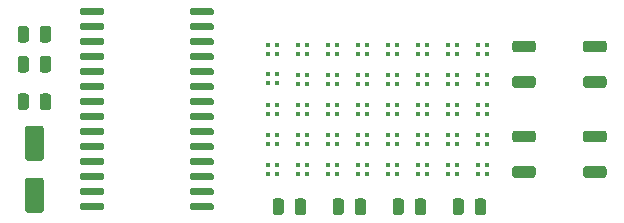
<source format=gbr>
%TF.GenerationSoftware,KiCad,Pcbnew,5.1.6-c6e7f7d~87~ubuntu18.04.1*%
%TF.CreationDate,2020-09-19T20:19:40+02:00*%
%TF.ProjectId,rgbpmod,72676270-6d6f-4642-9e6b-696361645f70,rev?*%
%TF.SameCoordinates,Original*%
%TF.FileFunction,Paste,Top*%
%TF.FilePolarity,Positive*%
%FSLAX46Y46*%
G04 Gerber Fmt 4.6, Leading zero omitted, Abs format (unit mm)*
G04 Created by KiCad (PCBNEW 5.1.6-c6e7f7d~87~ubuntu18.04.1) date 2020-09-19 20:19:40*
%MOMM*%
%LPD*%
G01*
G04 APERTURE LIST*
%ADD10R,0.450000X0.450000*%
G04 APERTURE END LIST*
%TO.C,C1*%
G36*
G01*
X134435000Y-79831250D02*
X134435000Y-78918750D01*
G75*
G02*
X134678750Y-78675000I243750J0D01*
G01*
X135166250Y-78675000D01*
G75*
G02*
X135410000Y-78918750I0J-243750D01*
G01*
X135410000Y-79831250D01*
G75*
G02*
X135166250Y-80075000I-243750J0D01*
G01*
X134678750Y-80075000D01*
G75*
G02*
X134435000Y-79831250I0J243750D01*
G01*
G37*
G36*
G01*
X132560000Y-79831250D02*
X132560000Y-78918750D01*
G75*
G02*
X132803750Y-78675000I243750J0D01*
G01*
X133291250Y-78675000D01*
G75*
G02*
X133535000Y-78918750I0J-243750D01*
G01*
X133535000Y-79831250D01*
G75*
G02*
X133291250Y-80075000I-243750J0D01*
G01*
X132803750Y-80075000D01*
G75*
G02*
X132560000Y-79831250I0J243750D01*
G01*
G37*
%TD*%
%TO.C,C2*%
G36*
G01*
X137640000Y-79831250D02*
X137640000Y-78918750D01*
G75*
G02*
X137883750Y-78675000I243750J0D01*
G01*
X138371250Y-78675000D01*
G75*
G02*
X138615000Y-78918750I0J-243750D01*
G01*
X138615000Y-79831250D01*
G75*
G02*
X138371250Y-80075000I-243750J0D01*
G01*
X137883750Y-80075000D01*
G75*
G02*
X137640000Y-79831250I0J243750D01*
G01*
G37*
G36*
G01*
X139515000Y-79831250D02*
X139515000Y-78918750D01*
G75*
G02*
X139758750Y-78675000I243750J0D01*
G01*
X140246250Y-78675000D01*
G75*
G02*
X140490000Y-78918750I0J-243750D01*
G01*
X140490000Y-79831250D01*
G75*
G02*
X140246250Y-80075000I-243750J0D01*
G01*
X139758750Y-80075000D01*
G75*
G02*
X139515000Y-79831250I0J243750D01*
G01*
G37*
%TD*%
D10*
%TO.C,D1*%
X122043000Y-65655000D03*
X122813000Y-65655000D03*
X122813000Y-66425000D03*
X122043000Y-66425000D03*
%TD*%
%TO.C,D2*%
X122043000Y-68925000D03*
X122813000Y-68925000D03*
X122813000Y-68155000D03*
X122043000Y-68155000D03*
%TD*%
%TO.C,D3*%
X122043000Y-70735000D03*
X122813000Y-70735000D03*
X122813000Y-71505000D03*
X122043000Y-71505000D03*
%TD*%
%TO.C,D4*%
X122043000Y-74045000D03*
X122813000Y-74045000D03*
X122813000Y-73275000D03*
X122043000Y-73275000D03*
%TD*%
%TO.C,D5*%
X122043000Y-75815000D03*
X122813000Y-75815000D03*
X122813000Y-76585000D03*
X122043000Y-76585000D03*
%TD*%
%TO.C,D6*%
X124583000Y-66425000D03*
X125353000Y-66425000D03*
X125353000Y-65655000D03*
X124583000Y-65655000D03*
%TD*%
%TO.C,D7*%
X124583000Y-68195000D03*
X125353000Y-68195000D03*
X125353000Y-68965000D03*
X124583000Y-68965000D03*
%TD*%
%TO.C,D8*%
X124583000Y-70735000D03*
X125353000Y-70735000D03*
X125353000Y-71505000D03*
X124583000Y-71505000D03*
%TD*%
%TO.C,D9*%
X124583000Y-74045000D03*
X125353000Y-74045000D03*
X125353000Y-73275000D03*
X124583000Y-73275000D03*
%TD*%
%TO.C,D10*%
X124583000Y-76585000D03*
X125353000Y-76585000D03*
X125353000Y-75815000D03*
X124583000Y-75815000D03*
%TD*%
%TO.C,D11*%
X127123000Y-66425000D03*
X127893000Y-66425000D03*
X127893000Y-65655000D03*
X127123000Y-65655000D03*
%TD*%
%TO.C,D12*%
X127123000Y-68195000D03*
X127893000Y-68195000D03*
X127893000Y-68965000D03*
X127123000Y-68965000D03*
%TD*%
%TO.C,D13*%
X127123000Y-71505000D03*
X127893000Y-71505000D03*
X127893000Y-70735000D03*
X127123000Y-70735000D03*
%TD*%
%TO.C,D14*%
X127123000Y-73275000D03*
X127893000Y-73275000D03*
X127893000Y-74045000D03*
X127123000Y-74045000D03*
%TD*%
%TO.C,D15*%
X127123000Y-75815000D03*
X127893000Y-75815000D03*
X127893000Y-76585000D03*
X127123000Y-76585000D03*
%TD*%
%TO.C,D16*%
X129663000Y-66425000D03*
X130433000Y-66425000D03*
X130433000Y-65655000D03*
X129663000Y-65655000D03*
%TD*%
%TO.C,D17*%
X129663000Y-68195000D03*
X130433000Y-68195000D03*
X130433000Y-68965000D03*
X129663000Y-68965000D03*
%TD*%
%TO.C,D18*%
X129663000Y-71505000D03*
X130433000Y-71505000D03*
X130433000Y-70735000D03*
X129663000Y-70735000D03*
%TD*%
%TO.C,D19*%
X129663000Y-73275000D03*
X130433000Y-73275000D03*
X130433000Y-74045000D03*
X129663000Y-74045000D03*
%TD*%
%TO.C,D20*%
X129663000Y-76585000D03*
X130433000Y-76585000D03*
X130433000Y-75815000D03*
X129663000Y-75815000D03*
%TD*%
%TO.C,D21*%
X132203000Y-66425000D03*
X132973000Y-66425000D03*
X132973000Y-65655000D03*
X132203000Y-65655000D03*
%TD*%
%TO.C,D22*%
X132203000Y-68965000D03*
X132973000Y-68965000D03*
X132973000Y-68195000D03*
X132203000Y-68195000D03*
%TD*%
%TO.C,D23*%
X132203000Y-71505000D03*
X132973000Y-71505000D03*
X132973000Y-70735000D03*
X132203000Y-70735000D03*
%TD*%
%TO.C,D24*%
X132203000Y-73275000D03*
X132973000Y-73275000D03*
X132973000Y-74045000D03*
X132203000Y-74045000D03*
%TD*%
%TO.C,D25*%
X132203000Y-75815000D03*
X132973000Y-75815000D03*
X132973000Y-76585000D03*
X132203000Y-76585000D03*
%TD*%
%TO.C,D26*%
X134743000Y-66425000D03*
X135513000Y-66425000D03*
X135513000Y-65655000D03*
X134743000Y-65655000D03*
%TD*%
%TO.C,D27*%
X134743000Y-68195000D03*
X135513000Y-68195000D03*
X135513000Y-68965000D03*
X134743000Y-68965000D03*
%TD*%
%TO.C,D28*%
X134743000Y-71505000D03*
X135513000Y-71505000D03*
X135513000Y-70735000D03*
X134743000Y-70735000D03*
%TD*%
%TO.C,D29*%
X134743000Y-73275000D03*
X135513000Y-73275000D03*
X135513000Y-74045000D03*
X134743000Y-74045000D03*
%TD*%
%TO.C,D30*%
X134743000Y-76585000D03*
X135513000Y-76585000D03*
X135513000Y-75815000D03*
X134743000Y-75815000D03*
%TD*%
%TO.C,D31*%
X137283000Y-66425000D03*
X138053000Y-66425000D03*
X138053000Y-65655000D03*
X137283000Y-65655000D03*
%TD*%
%TO.C,D32*%
X137283000Y-68195000D03*
X138053000Y-68195000D03*
X138053000Y-68965000D03*
X137283000Y-68965000D03*
%TD*%
%TO.C,D33*%
X137283000Y-71505000D03*
X138053000Y-71505000D03*
X138053000Y-70735000D03*
X137283000Y-70735000D03*
%TD*%
%TO.C,D34*%
X137283000Y-73275000D03*
X138053000Y-73275000D03*
X138053000Y-74045000D03*
X137283000Y-74045000D03*
%TD*%
%TO.C,D35*%
X137283000Y-75815000D03*
X138053000Y-75815000D03*
X138053000Y-76585000D03*
X137283000Y-76585000D03*
%TD*%
%TO.C,D36*%
X139823000Y-65655000D03*
X140593000Y-65655000D03*
X140593000Y-66425000D03*
X139823000Y-66425000D03*
%TD*%
%TO.C,D37*%
X139823000Y-68195000D03*
X140593000Y-68195000D03*
X140593000Y-68965000D03*
X139823000Y-68965000D03*
%TD*%
%TO.C,D38*%
X139823000Y-71505000D03*
X140593000Y-71505000D03*
X140593000Y-70735000D03*
X139823000Y-70735000D03*
%TD*%
%TO.C,D39*%
X139823000Y-73275000D03*
X140593000Y-73275000D03*
X140593000Y-74045000D03*
X139823000Y-74045000D03*
%TD*%
%TO.C,D40*%
X139823000Y-76585000D03*
X140593000Y-76585000D03*
X140593000Y-75815000D03*
X139823000Y-75815000D03*
%TD*%
%TO.C,R1*%
G36*
G01*
X124275000Y-79831250D02*
X124275000Y-78918750D01*
G75*
G02*
X124518750Y-78675000I243750J0D01*
G01*
X125006250Y-78675000D01*
G75*
G02*
X125250000Y-78918750I0J-243750D01*
G01*
X125250000Y-79831250D01*
G75*
G02*
X125006250Y-80075000I-243750J0D01*
G01*
X124518750Y-80075000D01*
G75*
G02*
X124275000Y-79831250I0J243750D01*
G01*
G37*
G36*
G01*
X122400000Y-79831250D02*
X122400000Y-78918750D01*
G75*
G02*
X122643750Y-78675000I243750J0D01*
G01*
X123131250Y-78675000D01*
G75*
G02*
X123375000Y-78918750I0J-243750D01*
G01*
X123375000Y-79831250D01*
G75*
G02*
X123131250Y-80075000I-243750J0D01*
G01*
X122643750Y-80075000D01*
G75*
G02*
X122400000Y-79831250I0J243750D01*
G01*
G37*
%TD*%
%TO.C,R2*%
G36*
G01*
X129355000Y-79831250D02*
X129355000Y-78918750D01*
G75*
G02*
X129598750Y-78675000I243750J0D01*
G01*
X130086250Y-78675000D01*
G75*
G02*
X130330000Y-78918750I0J-243750D01*
G01*
X130330000Y-79831250D01*
G75*
G02*
X130086250Y-80075000I-243750J0D01*
G01*
X129598750Y-80075000D01*
G75*
G02*
X129355000Y-79831250I0J243750D01*
G01*
G37*
G36*
G01*
X127480000Y-79831250D02*
X127480000Y-78918750D01*
G75*
G02*
X127723750Y-78675000I243750J0D01*
G01*
X128211250Y-78675000D01*
G75*
G02*
X128455000Y-78918750I0J-243750D01*
G01*
X128455000Y-79831250D01*
G75*
G02*
X128211250Y-80075000I-243750J0D01*
G01*
X127723750Y-80075000D01*
G75*
G02*
X127480000Y-79831250I0J243750D01*
G01*
G37*
%TD*%
%TO.C,R3*%
G36*
G01*
X100810000Y-65226250D02*
X100810000Y-64313750D01*
G75*
G02*
X101053750Y-64070000I243750J0D01*
G01*
X101541250Y-64070000D01*
G75*
G02*
X101785000Y-64313750I0J-243750D01*
G01*
X101785000Y-65226250D01*
G75*
G02*
X101541250Y-65470000I-243750J0D01*
G01*
X101053750Y-65470000D01*
G75*
G02*
X100810000Y-65226250I0J243750D01*
G01*
G37*
G36*
G01*
X102685000Y-65226250D02*
X102685000Y-64313750D01*
G75*
G02*
X102928750Y-64070000I243750J0D01*
G01*
X103416250Y-64070000D01*
G75*
G02*
X103660000Y-64313750I0J-243750D01*
G01*
X103660000Y-65226250D01*
G75*
G02*
X103416250Y-65470000I-243750J0D01*
G01*
X102928750Y-65470000D01*
G75*
G02*
X102685000Y-65226250I0J243750D01*
G01*
G37*
%TD*%
%TO.C,R4*%
G36*
G01*
X100810000Y-67766250D02*
X100810000Y-66853750D01*
G75*
G02*
X101053750Y-66610000I243750J0D01*
G01*
X101541250Y-66610000D01*
G75*
G02*
X101785000Y-66853750I0J-243750D01*
G01*
X101785000Y-67766250D01*
G75*
G02*
X101541250Y-68010000I-243750J0D01*
G01*
X101053750Y-68010000D01*
G75*
G02*
X100810000Y-67766250I0J243750D01*
G01*
G37*
G36*
G01*
X102685000Y-67766250D02*
X102685000Y-66853750D01*
G75*
G02*
X102928750Y-66610000I243750J0D01*
G01*
X103416250Y-66610000D01*
G75*
G02*
X103660000Y-66853750I0J-243750D01*
G01*
X103660000Y-67766250D01*
G75*
G02*
X103416250Y-68010000I-243750J0D01*
G01*
X102928750Y-68010000D01*
G75*
G02*
X102685000Y-67766250I0J243750D01*
G01*
G37*
%TD*%
%TO.C,SW1*%
G36*
G01*
X142685000Y-66060000D02*
X142685000Y-65560000D01*
G75*
G02*
X142935000Y-65310000I250000J0D01*
G01*
X144435000Y-65310000D01*
G75*
G02*
X144685000Y-65560000I0J-250000D01*
G01*
X144685000Y-66060000D01*
G75*
G02*
X144435000Y-66310000I-250000J0D01*
G01*
X142935000Y-66310000D01*
G75*
G02*
X142685000Y-66060000I0J250000D01*
G01*
G37*
G36*
G01*
X142685000Y-69060000D02*
X142685000Y-68560000D01*
G75*
G02*
X142935000Y-68310000I250000J0D01*
G01*
X144435000Y-68310000D01*
G75*
G02*
X144685000Y-68560000I0J-250000D01*
G01*
X144685000Y-69060000D01*
G75*
G02*
X144435000Y-69310000I-250000J0D01*
G01*
X142935000Y-69310000D01*
G75*
G02*
X142685000Y-69060000I0J250000D01*
G01*
G37*
G36*
G01*
X148685000Y-66060000D02*
X148685000Y-65560000D01*
G75*
G02*
X148935000Y-65310000I250000J0D01*
G01*
X150435000Y-65310000D01*
G75*
G02*
X150685000Y-65560000I0J-250000D01*
G01*
X150685000Y-66060000D01*
G75*
G02*
X150435000Y-66310000I-250000J0D01*
G01*
X148935000Y-66310000D01*
G75*
G02*
X148685000Y-66060000I0J250000D01*
G01*
G37*
G36*
G01*
X148685000Y-69060000D02*
X148685000Y-68560000D01*
G75*
G02*
X148935000Y-68310000I250000J0D01*
G01*
X150435000Y-68310000D01*
G75*
G02*
X150685000Y-68560000I0J-250000D01*
G01*
X150685000Y-69060000D01*
G75*
G02*
X150435000Y-69310000I-250000J0D01*
G01*
X148935000Y-69310000D01*
G75*
G02*
X148685000Y-69060000I0J250000D01*
G01*
G37*
%TD*%
%TO.C,SW2*%
G36*
G01*
X148685000Y-76680000D02*
X148685000Y-76180000D01*
G75*
G02*
X148935000Y-75930000I250000J0D01*
G01*
X150435000Y-75930000D01*
G75*
G02*
X150685000Y-76180000I0J-250000D01*
G01*
X150685000Y-76680000D01*
G75*
G02*
X150435000Y-76930000I-250000J0D01*
G01*
X148935000Y-76930000D01*
G75*
G02*
X148685000Y-76680000I0J250000D01*
G01*
G37*
G36*
G01*
X148685000Y-73680000D02*
X148685000Y-73180000D01*
G75*
G02*
X148935000Y-72930000I250000J0D01*
G01*
X150435000Y-72930000D01*
G75*
G02*
X150685000Y-73180000I0J-250000D01*
G01*
X150685000Y-73680000D01*
G75*
G02*
X150435000Y-73930000I-250000J0D01*
G01*
X148935000Y-73930000D01*
G75*
G02*
X148685000Y-73680000I0J250000D01*
G01*
G37*
G36*
G01*
X142685000Y-76680000D02*
X142685000Y-76180000D01*
G75*
G02*
X142935000Y-75930000I250000J0D01*
G01*
X144435000Y-75930000D01*
G75*
G02*
X144685000Y-76180000I0J-250000D01*
G01*
X144685000Y-76680000D01*
G75*
G02*
X144435000Y-76930000I-250000J0D01*
G01*
X142935000Y-76930000D01*
G75*
G02*
X142685000Y-76680000I0J250000D01*
G01*
G37*
G36*
G01*
X142685000Y-73680000D02*
X142685000Y-73180000D01*
G75*
G02*
X142935000Y-72930000I250000J0D01*
G01*
X144435000Y-72930000D01*
G75*
G02*
X144685000Y-73180000I0J-250000D01*
G01*
X144685000Y-73680000D01*
G75*
G02*
X144435000Y-73930000I-250000J0D01*
G01*
X142935000Y-73930000D01*
G75*
G02*
X142685000Y-73680000I0J250000D01*
G01*
G37*
%TD*%
%TO.C,U1*%
G36*
G01*
X117435000Y-79225000D02*
X117435000Y-79525000D01*
G75*
G02*
X117285000Y-79675000I-150000J0D01*
G01*
X115535000Y-79675000D01*
G75*
G02*
X115385000Y-79525000I0J150000D01*
G01*
X115385000Y-79225000D01*
G75*
G02*
X115535000Y-79075000I150000J0D01*
G01*
X117285000Y-79075000D01*
G75*
G02*
X117435000Y-79225000I0J-150000D01*
G01*
G37*
G36*
G01*
X117435000Y-77955000D02*
X117435000Y-78255000D01*
G75*
G02*
X117285000Y-78405000I-150000J0D01*
G01*
X115535000Y-78405000D01*
G75*
G02*
X115385000Y-78255000I0J150000D01*
G01*
X115385000Y-77955000D01*
G75*
G02*
X115535000Y-77805000I150000J0D01*
G01*
X117285000Y-77805000D01*
G75*
G02*
X117435000Y-77955000I0J-150000D01*
G01*
G37*
G36*
G01*
X117435000Y-76685000D02*
X117435000Y-76985000D01*
G75*
G02*
X117285000Y-77135000I-150000J0D01*
G01*
X115535000Y-77135000D01*
G75*
G02*
X115385000Y-76985000I0J150000D01*
G01*
X115385000Y-76685000D01*
G75*
G02*
X115535000Y-76535000I150000J0D01*
G01*
X117285000Y-76535000D01*
G75*
G02*
X117435000Y-76685000I0J-150000D01*
G01*
G37*
G36*
G01*
X117435000Y-75415000D02*
X117435000Y-75715000D01*
G75*
G02*
X117285000Y-75865000I-150000J0D01*
G01*
X115535000Y-75865000D01*
G75*
G02*
X115385000Y-75715000I0J150000D01*
G01*
X115385000Y-75415000D01*
G75*
G02*
X115535000Y-75265000I150000J0D01*
G01*
X117285000Y-75265000D01*
G75*
G02*
X117435000Y-75415000I0J-150000D01*
G01*
G37*
G36*
G01*
X117435000Y-74145000D02*
X117435000Y-74445000D01*
G75*
G02*
X117285000Y-74595000I-150000J0D01*
G01*
X115535000Y-74595000D01*
G75*
G02*
X115385000Y-74445000I0J150000D01*
G01*
X115385000Y-74145000D01*
G75*
G02*
X115535000Y-73995000I150000J0D01*
G01*
X117285000Y-73995000D01*
G75*
G02*
X117435000Y-74145000I0J-150000D01*
G01*
G37*
G36*
G01*
X117435000Y-72875000D02*
X117435000Y-73175000D01*
G75*
G02*
X117285000Y-73325000I-150000J0D01*
G01*
X115535000Y-73325000D01*
G75*
G02*
X115385000Y-73175000I0J150000D01*
G01*
X115385000Y-72875000D01*
G75*
G02*
X115535000Y-72725000I150000J0D01*
G01*
X117285000Y-72725000D01*
G75*
G02*
X117435000Y-72875000I0J-150000D01*
G01*
G37*
G36*
G01*
X117435000Y-71605000D02*
X117435000Y-71905000D01*
G75*
G02*
X117285000Y-72055000I-150000J0D01*
G01*
X115535000Y-72055000D01*
G75*
G02*
X115385000Y-71905000I0J150000D01*
G01*
X115385000Y-71605000D01*
G75*
G02*
X115535000Y-71455000I150000J0D01*
G01*
X117285000Y-71455000D01*
G75*
G02*
X117435000Y-71605000I0J-150000D01*
G01*
G37*
G36*
G01*
X117435000Y-70335000D02*
X117435000Y-70635000D01*
G75*
G02*
X117285000Y-70785000I-150000J0D01*
G01*
X115535000Y-70785000D01*
G75*
G02*
X115385000Y-70635000I0J150000D01*
G01*
X115385000Y-70335000D01*
G75*
G02*
X115535000Y-70185000I150000J0D01*
G01*
X117285000Y-70185000D01*
G75*
G02*
X117435000Y-70335000I0J-150000D01*
G01*
G37*
G36*
G01*
X117435000Y-69065000D02*
X117435000Y-69365000D01*
G75*
G02*
X117285000Y-69515000I-150000J0D01*
G01*
X115535000Y-69515000D01*
G75*
G02*
X115385000Y-69365000I0J150000D01*
G01*
X115385000Y-69065000D01*
G75*
G02*
X115535000Y-68915000I150000J0D01*
G01*
X117285000Y-68915000D01*
G75*
G02*
X117435000Y-69065000I0J-150000D01*
G01*
G37*
G36*
G01*
X117435000Y-67795000D02*
X117435000Y-68095000D01*
G75*
G02*
X117285000Y-68245000I-150000J0D01*
G01*
X115535000Y-68245000D01*
G75*
G02*
X115385000Y-68095000I0J150000D01*
G01*
X115385000Y-67795000D01*
G75*
G02*
X115535000Y-67645000I150000J0D01*
G01*
X117285000Y-67645000D01*
G75*
G02*
X117435000Y-67795000I0J-150000D01*
G01*
G37*
G36*
G01*
X117435000Y-66525000D02*
X117435000Y-66825000D01*
G75*
G02*
X117285000Y-66975000I-150000J0D01*
G01*
X115535000Y-66975000D01*
G75*
G02*
X115385000Y-66825000I0J150000D01*
G01*
X115385000Y-66525000D01*
G75*
G02*
X115535000Y-66375000I150000J0D01*
G01*
X117285000Y-66375000D01*
G75*
G02*
X117435000Y-66525000I0J-150000D01*
G01*
G37*
G36*
G01*
X117435000Y-65255000D02*
X117435000Y-65555000D01*
G75*
G02*
X117285000Y-65705000I-150000J0D01*
G01*
X115535000Y-65705000D01*
G75*
G02*
X115385000Y-65555000I0J150000D01*
G01*
X115385000Y-65255000D01*
G75*
G02*
X115535000Y-65105000I150000J0D01*
G01*
X117285000Y-65105000D01*
G75*
G02*
X117435000Y-65255000I0J-150000D01*
G01*
G37*
G36*
G01*
X117435000Y-63985000D02*
X117435000Y-64285000D01*
G75*
G02*
X117285000Y-64435000I-150000J0D01*
G01*
X115535000Y-64435000D01*
G75*
G02*
X115385000Y-64285000I0J150000D01*
G01*
X115385000Y-63985000D01*
G75*
G02*
X115535000Y-63835000I150000J0D01*
G01*
X117285000Y-63835000D01*
G75*
G02*
X117435000Y-63985000I0J-150000D01*
G01*
G37*
G36*
G01*
X117435000Y-62715000D02*
X117435000Y-63015000D01*
G75*
G02*
X117285000Y-63165000I-150000J0D01*
G01*
X115535000Y-63165000D01*
G75*
G02*
X115385000Y-63015000I0J150000D01*
G01*
X115385000Y-62715000D01*
G75*
G02*
X115535000Y-62565000I150000J0D01*
G01*
X117285000Y-62565000D01*
G75*
G02*
X117435000Y-62715000I0J-150000D01*
G01*
G37*
G36*
G01*
X108135000Y-62715000D02*
X108135000Y-63015000D01*
G75*
G02*
X107985000Y-63165000I-150000J0D01*
G01*
X106235000Y-63165000D01*
G75*
G02*
X106085000Y-63015000I0J150000D01*
G01*
X106085000Y-62715000D01*
G75*
G02*
X106235000Y-62565000I150000J0D01*
G01*
X107985000Y-62565000D01*
G75*
G02*
X108135000Y-62715000I0J-150000D01*
G01*
G37*
G36*
G01*
X108135000Y-63985000D02*
X108135000Y-64285000D01*
G75*
G02*
X107985000Y-64435000I-150000J0D01*
G01*
X106235000Y-64435000D01*
G75*
G02*
X106085000Y-64285000I0J150000D01*
G01*
X106085000Y-63985000D01*
G75*
G02*
X106235000Y-63835000I150000J0D01*
G01*
X107985000Y-63835000D01*
G75*
G02*
X108135000Y-63985000I0J-150000D01*
G01*
G37*
G36*
G01*
X108135000Y-65255000D02*
X108135000Y-65555000D01*
G75*
G02*
X107985000Y-65705000I-150000J0D01*
G01*
X106235000Y-65705000D01*
G75*
G02*
X106085000Y-65555000I0J150000D01*
G01*
X106085000Y-65255000D01*
G75*
G02*
X106235000Y-65105000I150000J0D01*
G01*
X107985000Y-65105000D01*
G75*
G02*
X108135000Y-65255000I0J-150000D01*
G01*
G37*
G36*
G01*
X108135000Y-66525000D02*
X108135000Y-66825000D01*
G75*
G02*
X107985000Y-66975000I-150000J0D01*
G01*
X106235000Y-66975000D01*
G75*
G02*
X106085000Y-66825000I0J150000D01*
G01*
X106085000Y-66525000D01*
G75*
G02*
X106235000Y-66375000I150000J0D01*
G01*
X107985000Y-66375000D01*
G75*
G02*
X108135000Y-66525000I0J-150000D01*
G01*
G37*
G36*
G01*
X108135000Y-67795000D02*
X108135000Y-68095000D01*
G75*
G02*
X107985000Y-68245000I-150000J0D01*
G01*
X106235000Y-68245000D01*
G75*
G02*
X106085000Y-68095000I0J150000D01*
G01*
X106085000Y-67795000D01*
G75*
G02*
X106235000Y-67645000I150000J0D01*
G01*
X107985000Y-67645000D01*
G75*
G02*
X108135000Y-67795000I0J-150000D01*
G01*
G37*
G36*
G01*
X108135000Y-69065000D02*
X108135000Y-69365000D01*
G75*
G02*
X107985000Y-69515000I-150000J0D01*
G01*
X106235000Y-69515000D01*
G75*
G02*
X106085000Y-69365000I0J150000D01*
G01*
X106085000Y-69065000D01*
G75*
G02*
X106235000Y-68915000I150000J0D01*
G01*
X107985000Y-68915000D01*
G75*
G02*
X108135000Y-69065000I0J-150000D01*
G01*
G37*
G36*
G01*
X108135000Y-70335000D02*
X108135000Y-70635000D01*
G75*
G02*
X107985000Y-70785000I-150000J0D01*
G01*
X106235000Y-70785000D01*
G75*
G02*
X106085000Y-70635000I0J150000D01*
G01*
X106085000Y-70335000D01*
G75*
G02*
X106235000Y-70185000I150000J0D01*
G01*
X107985000Y-70185000D01*
G75*
G02*
X108135000Y-70335000I0J-150000D01*
G01*
G37*
G36*
G01*
X108135000Y-71605000D02*
X108135000Y-71905000D01*
G75*
G02*
X107985000Y-72055000I-150000J0D01*
G01*
X106235000Y-72055000D01*
G75*
G02*
X106085000Y-71905000I0J150000D01*
G01*
X106085000Y-71605000D01*
G75*
G02*
X106235000Y-71455000I150000J0D01*
G01*
X107985000Y-71455000D01*
G75*
G02*
X108135000Y-71605000I0J-150000D01*
G01*
G37*
G36*
G01*
X108135000Y-72875000D02*
X108135000Y-73175000D01*
G75*
G02*
X107985000Y-73325000I-150000J0D01*
G01*
X106235000Y-73325000D01*
G75*
G02*
X106085000Y-73175000I0J150000D01*
G01*
X106085000Y-72875000D01*
G75*
G02*
X106235000Y-72725000I150000J0D01*
G01*
X107985000Y-72725000D01*
G75*
G02*
X108135000Y-72875000I0J-150000D01*
G01*
G37*
G36*
G01*
X108135000Y-74145000D02*
X108135000Y-74445000D01*
G75*
G02*
X107985000Y-74595000I-150000J0D01*
G01*
X106235000Y-74595000D01*
G75*
G02*
X106085000Y-74445000I0J150000D01*
G01*
X106085000Y-74145000D01*
G75*
G02*
X106235000Y-73995000I150000J0D01*
G01*
X107985000Y-73995000D01*
G75*
G02*
X108135000Y-74145000I0J-150000D01*
G01*
G37*
G36*
G01*
X108135000Y-75415000D02*
X108135000Y-75715000D01*
G75*
G02*
X107985000Y-75865000I-150000J0D01*
G01*
X106235000Y-75865000D01*
G75*
G02*
X106085000Y-75715000I0J150000D01*
G01*
X106085000Y-75415000D01*
G75*
G02*
X106235000Y-75265000I150000J0D01*
G01*
X107985000Y-75265000D01*
G75*
G02*
X108135000Y-75415000I0J-150000D01*
G01*
G37*
G36*
G01*
X108135000Y-76685000D02*
X108135000Y-76985000D01*
G75*
G02*
X107985000Y-77135000I-150000J0D01*
G01*
X106235000Y-77135000D01*
G75*
G02*
X106085000Y-76985000I0J150000D01*
G01*
X106085000Y-76685000D01*
G75*
G02*
X106235000Y-76535000I150000J0D01*
G01*
X107985000Y-76535000D01*
G75*
G02*
X108135000Y-76685000I0J-150000D01*
G01*
G37*
G36*
G01*
X108135000Y-77955000D02*
X108135000Y-78255000D01*
G75*
G02*
X107985000Y-78405000I-150000J0D01*
G01*
X106235000Y-78405000D01*
G75*
G02*
X106085000Y-78255000I0J150000D01*
G01*
X106085000Y-77955000D01*
G75*
G02*
X106235000Y-77805000I150000J0D01*
G01*
X107985000Y-77805000D01*
G75*
G02*
X108135000Y-77955000I0J-150000D01*
G01*
G37*
G36*
G01*
X108135000Y-79225000D02*
X108135000Y-79525000D01*
G75*
G02*
X107985000Y-79675000I-150000J0D01*
G01*
X106235000Y-79675000D01*
G75*
G02*
X106085000Y-79525000I0J150000D01*
G01*
X106085000Y-79225000D01*
G75*
G02*
X106235000Y-79075000I150000J0D01*
G01*
X107985000Y-79075000D01*
G75*
G02*
X108135000Y-79225000I0J-150000D01*
G01*
G37*
%TD*%
%TO.C,C3*%
G36*
G01*
X102785000Y-79900000D02*
X101685000Y-79900000D01*
G75*
G02*
X101435000Y-79650000I0J250000D01*
G01*
X101435000Y-77150000D01*
G75*
G02*
X101685000Y-76900000I250000J0D01*
G01*
X102785000Y-76900000D01*
G75*
G02*
X103035000Y-77150000I0J-250000D01*
G01*
X103035000Y-79650000D01*
G75*
G02*
X102785000Y-79900000I-250000J0D01*
G01*
G37*
G36*
G01*
X102785000Y-75500000D02*
X101685000Y-75500000D01*
G75*
G02*
X101435000Y-75250000I0J250000D01*
G01*
X101435000Y-72750000D01*
G75*
G02*
X101685000Y-72500000I250000J0D01*
G01*
X102785000Y-72500000D01*
G75*
G02*
X103035000Y-72750000I0J-250000D01*
G01*
X103035000Y-75250000D01*
G75*
G02*
X102785000Y-75500000I-250000J0D01*
G01*
G37*
%TD*%
%TO.C,C4*%
G36*
G01*
X100810000Y-70941250D02*
X100810000Y-70028750D01*
G75*
G02*
X101053750Y-69785000I243750J0D01*
G01*
X101541250Y-69785000D01*
G75*
G02*
X101785000Y-70028750I0J-243750D01*
G01*
X101785000Y-70941250D01*
G75*
G02*
X101541250Y-71185000I-243750J0D01*
G01*
X101053750Y-71185000D01*
G75*
G02*
X100810000Y-70941250I0J243750D01*
G01*
G37*
G36*
G01*
X102685000Y-70941250D02*
X102685000Y-70028750D01*
G75*
G02*
X102928750Y-69785000I243750J0D01*
G01*
X103416250Y-69785000D01*
G75*
G02*
X103660000Y-70028750I0J-243750D01*
G01*
X103660000Y-70941250D01*
G75*
G02*
X103416250Y-71185000I-243750J0D01*
G01*
X102928750Y-71185000D01*
G75*
G02*
X102685000Y-70941250I0J243750D01*
G01*
G37*
%TD*%
M02*

</source>
